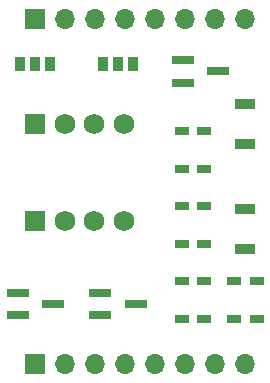
<source format=gts>
G04 #@! TF.FileFunction,Soldermask,Top*
%FSLAX46Y46*%
G04 Gerber Fmt 4.6, Leading zero omitted, Abs format (unit mm)*
G04 Created by KiCad (PCBNEW 4.0.7-e2-6376~58~ubuntu17.04.1) date Wed Oct  4 00:29:26 2017*
%MOMM*%
%LPD*%
G01*
G04 APERTURE LIST*
%ADD10C,0.100000*%
%ADD11R,1.200000X0.750000*%
%ADD12R,1.700000X1.700000*%
%ADD13O,1.700000X1.700000*%
%ADD14R,0.970000X1.270000*%
%ADD15R,1.900000X0.800000*%
%ADD16R,1.700000X0.900000*%
%ADD17R,1.750000X1.750000*%
%ADD18C,1.750000*%
G04 APERTURE END LIST*
D10*
D11*
X175580000Y-113665000D03*
X177480000Y-113665000D03*
X175580000Y-116840000D03*
X177480000Y-116840000D03*
X171135000Y-104140000D03*
X173035000Y-104140000D03*
X171135000Y-100965000D03*
X173035000Y-100965000D03*
X173035000Y-107315000D03*
X171135000Y-107315000D03*
X171135000Y-110490000D03*
X173035000Y-110490000D03*
X171135000Y-113665000D03*
X173035000Y-113665000D03*
X171135000Y-116840000D03*
X173035000Y-116840000D03*
D12*
X158750000Y-120650000D03*
D13*
X161290000Y-120650000D03*
X163830000Y-120650000D03*
X166370000Y-120650000D03*
X168910000Y-120650000D03*
X171450000Y-120650000D03*
X173990000Y-120650000D03*
X176530000Y-120650000D03*
D14*
X157480000Y-95250000D03*
X158750000Y-95250000D03*
X160020000Y-95250000D03*
X164465000Y-95250000D03*
X165735000Y-95250000D03*
X167005000Y-95250000D03*
D15*
X157250000Y-114620000D03*
X157250000Y-116520000D03*
X160250000Y-115570000D03*
X164235000Y-114620000D03*
X164235000Y-116520000D03*
X167235000Y-115570000D03*
D16*
X176530000Y-102030000D03*
X176530000Y-98630000D03*
X176530000Y-110920000D03*
X176530000Y-107520000D03*
D15*
X171220000Y-94935000D03*
X171220000Y-96835000D03*
X174220000Y-95885000D03*
D17*
X158750000Y-100330000D03*
D18*
X161250000Y-100330000D03*
X163750000Y-100330000D03*
X166250000Y-100330000D03*
D17*
X158750000Y-108585000D03*
D18*
X161250000Y-108585000D03*
X163750000Y-108585000D03*
X166250000Y-108585000D03*
D12*
X158750000Y-91440000D03*
D13*
X161290000Y-91440000D03*
X163830000Y-91440000D03*
X166370000Y-91440000D03*
X168910000Y-91440000D03*
X171450000Y-91440000D03*
X173990000Y-91440000D03*
X176530000Y-91440000D03*
M02*

</source>
